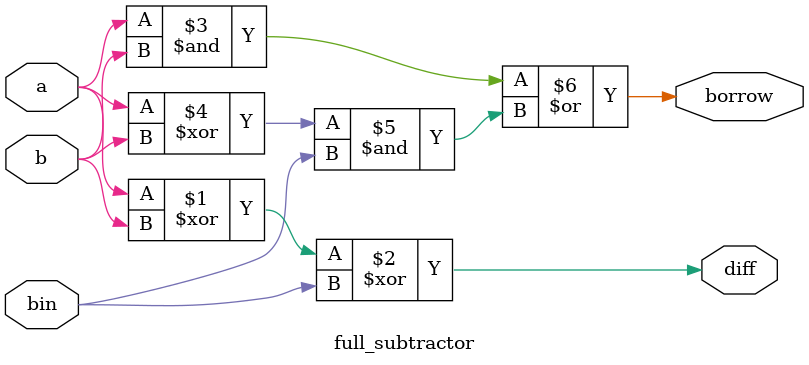
<source format=v>
module full_subtractor (
    input  wire a, b, bin,       // Inputs
    output wire diff, borrow     // Outputs
);

    // Logic equations
    assign diff   = a ^ b ^ bin;                  // Difference
    assign borrow = (a & b) | ((a ^ b) & bin);  // Borrow logic

endmodule
</source>
